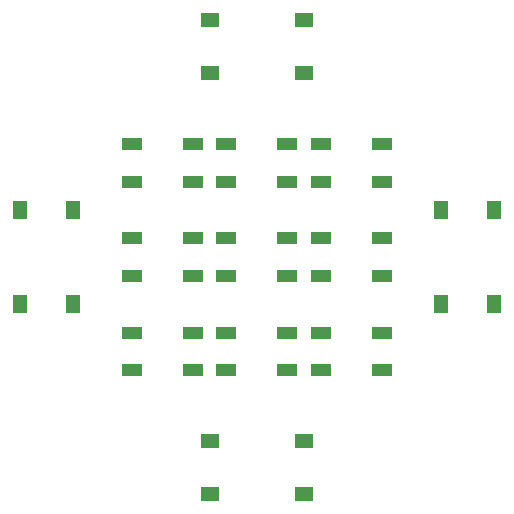
<source format=gbr>
G04 EAGLE Gerber RS-274X export*
G75*
%MOMM*%
%FSLAX34Y34*%
%LPD*%
%INSolderpaste Top*%
%IPPOS*%
%AMOC8*
5,1,8,0,0,1.08239X$1,22.5*%
G01*
%ADD10R,1.651000X1.000000*%
%ADD11R,1.550000X1.300000*%
%ADD12R,1.300000X1.550000*%


D10*
X168020Y286250D03*
X116480Y286250D03*
X116480Y318250D03*
X168020Y318250D03*
X248020Y286250D03*
X196480Y286250D03*
X196480Y318250D03*
X248020Y318250D03*
X328020Y286250D03*
X276480Y286250D03*
X276480Y318250D03*
X328020Y318250D03*
X168020Y206250D03*
X116480Y206250D03*
X116480Y238250D03*
X168020Y238250D03*
X248020Y206250D03*
X196480Y206250D03*
X196480Y238250D03*
X248020Y238250D03*
X328020Y206250D03*
X276480Y206250D03*
X276480Y238250D03*
X328020Y238250D03*
X168020Y126250D03*
X116480Y126250D03*
X116480Y158250D03*
X168020Y158250D03*
X248020Y126250D03*
X196480Y126250D03*
X196480Y158250D03*
X248020Y158250D03*
X328020Y126250D03*
X276480Y126250D03*
X276480Y158250D03*
X328020Y158250D03*
D11*
X262000Y66610D03*
X182500Y66610D03*
X262000Y21610D03*
X182500Y21610D03*
D12*
X377890Y262000D03*
X377890Y182500D03*
X422890Y262000D03*
X422890Y182500D03*
D11*
X182500Y377890D03*
X262000Y377890D03*
X182500Y422890D03*
X262000Y422890D03*
D12*
X66610Y182500D03*
X66610Y262000D03*
X21610Y182500D03*
X21610Y262000D03*
M02*

</source>
